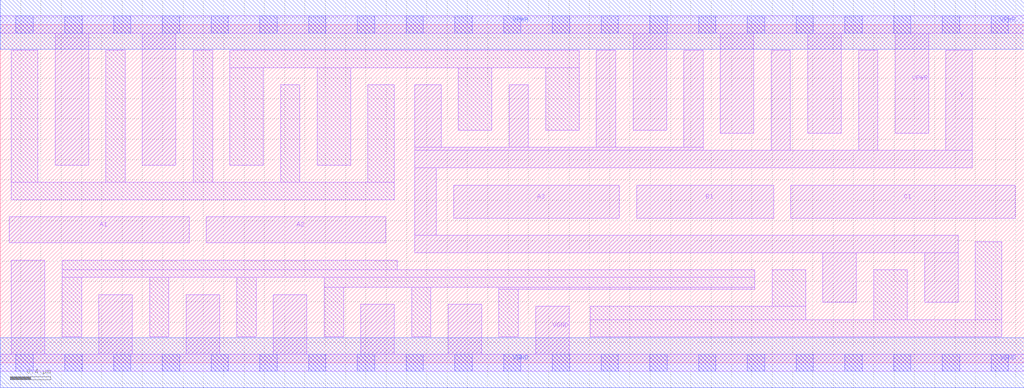
<source format=lef>
# Copyright 2020 The SkyWater PDK Authors
#
# Licensed under the Apache License, Version 2.0 (the "License");
# you may not use this file except in compliance with the License.
# You may obtain a copy of the License at
#
#     https://www.apache.org/licenses/LICENSE-2.0
#
# Unless required by applicable law or agreed to in writing, software
# distributed under the License is distributed on an "AS IS" BASIS,
# WITHOUT WARRANTIES OR CONDITIONS OF ANY KIND, either express or implied.
# See the License for the specific language governing permissions and
# limitations under the License.
#
# SPDX-License-Identifier: Apache-2.0

VERSION 5.7 ;
  NAMESCASESENSITIVE ON ;
  NOWIREEXTENSIONATPIN ON ;
  DIVIDERCHAR "/" ;
  BUSBITCHARS "[]" ;
UNITS
  DATABASE MICRONS 200 ;
END UNITS
MACRO sky130_fd_sc_lp__o311ai_4
  CLASS CORE ;
  SOURCE USER ;
  FOREIGN sky130_fd_sc_lp__o311ai_4 ;
  ORIGIN  0.000000  0.000000 ;
  SIZE  10.08000 BY  3.330000 ;
  SYMMETRY X Y R90 ;
  SITE unit ;
  PIN A1
    ANTENNAGATEAREA  1.260000 ;
    DIRECTION INPUT ;
    USE SIGNAL ;
    PORT
      LAYER li1 ;
        RECT 0.090000 1.180000 1.860000 1.435000 ;
    END
  END A1
  PIN A2
    ANTENNAGATEAREA  1.260000 ;
    DIRECTION INPUT ;
    USE SIGNAL ;
    PORT
      LAYER li1 ;
        RECT 2.030000 1.180000 3.795000 1.435000 ;
    END
  END A2
  PIN A3
    ANTENNAGATEAREA  1.260000 ;
    DIRECTION INPUT ;
    USE SIGNAL ;
    PORT
      LAYER li1 ;
        RECT 4.465000 1.425000 6.095000 1.750000 ;
    END
  END A3
  PIN B1
    ANTENNAGATEAREA  1.260000 ;
    DIRECTION INPUT ;
    USE SIGNAL ;
    PORT
      LAYER li1 ;
        RECT 6.265000 1.425000 7.615000 1.750000 ;
    END
  END B1
  PIN C1
    ANTENNAGATEAREA  1.260000 ;
    DIRECTION INPUT ;
    USE SIGNAL ;
    PORT
      LAYER li1 ;
        RECT 7.785000 1.425000 9.995000 1.750000 ;
    END
  END C1
  PIN Y
    ANTENNADIFFAREA  3.061800 ;
    DIRECTION OUTPUT ;
    USE SIGNAL ;
    PORT
      LAYER li1 ;
        RECT 4.080000 1.085000 9.430000 1.255000 ;
        RECT 4.080000 1.255000 4.295000 1.920000 ;
        RECT 4.080000 1.920000 9.570000 2.090000 ;
        RECT 4.080000 2.090000 6.920000 2.120000 ;
        RECT 4.080000 2.120000 4.340000 2.735000 ;
        RECT 5.010000 2.120000 5.200000 2.735000 ;
        RECT 5.870000 2.120000 6.060000 3.075000 ;
        RECT 6.730000 2.120000 6.920000 3.075000 ;
        RECT 7.590000 2.090000 7.780000 3.075000 ;
        RECT 8.100000 0.595000 8.430000 1.085000 ;
        RECT 8.450000 2.090000 8.640000 3.075000 ;
        RECT 9.100000 0.595000 9.430000 1.085000 ;
        RECT 9.310000 2.090000 9.570000 3.075000 ;
    END
  END Y
  PIN VGND
    DIRECTION INOUT ;
    USE GROUND ;
    PORT
      LAYER li1 ;
        RECT 0.000000 -0.085000 10.080000 0.085000 ;
        RECT 0.110000  0.085000  0.440000 1.010000 ;
        RECT 0.970000  0.085000  1.300000 0.670000 ;
        RECT 1.830000  0.085000  2.160000 0.670000 ;
        RECT 2.690000  0.085000  3.020000 0.670000 ;
        RECT 3.550000  0.085000  3.880000 0.575000 ;
        RECT 4.410000  0.085000  4.740000 0.575000 ;
        RECT 5.270000  0.085000  5.600000 0.555000 ;
      LAYER mcon ;
        RECT 0.155000 -0.085000 0.325000 0.085000 ;
        RECT 0.635000 -0.085000 0.805000 0.085000 ;
        RECT 1.115000 -0.085000 1.285000 0.085000 ;
        RECT 1.595000 -0.085000 1.765000 0.085000 ;
        RECT 2.075000 -0.085000 2.245000 0.085000 ;
        RECT 2.555000 -0.085000 2.725000 0.085000 ;
        RECT 3.035000 -0.085000 3.205000 0.085000 ;
        RECT 3.515000 -0.085000 3.685000 0.085000 ;
        RECT 3.995000 -0.085000 4.165000 0.085000 ;
        RECT 4.475000 -0.085000 4.645000 0.085000 ;
        RECT 4.955000 -0.085000 5.125000 0.085000 ;
        RECT 5.435000 -0.085000 5.605000 0.085000 ;
        RECT 5.915000 -0.085000 6.085000 0.085000 ;
        RECT 6.395000 -0.085000 6.565000 0.085000 ;
        RECT 6.875000 -0.085000 7.045000 0.085000 ;
        RECT 7.355000 -0.085000 7.525000 0.085000 ;
        RECT 7.835000 -0.085000 8.005000 0.085000 ;
        RECT 8.315000 -0.085000 8.485000 0.085000 ;
        RECT 8.795000 -0.085000 8.965000 0.085000 ;
        RECT 9.275000 -0.085000 9.445000 0.085000 ;
        RECT 9.755000 -0.085000 9.925000 0.085000 ;
      LAYER met1 ;
        RECT 0.000000 -0.245000 10.080000 0.245000 ;
    END
  END VGND
  PIN VPWR
    DIRECTION INOUT ;
    USE POWER ;
    PORT
      LAYER li1 ;
        RECT 0.000000 3.245000 10.080000 3.415000 ;
        RECT 0.540000 1.945000  0.870000 3.245000 ;
        RECT 1.400000 1.945000  1.730000 3.245000 ;
        RECT 6.230000 2.290000  6.560000 3.245000 ;
        RECT 7.090000 2.260000  7.420000 3.245000 ;
        RECT 7.950000 2.260000  8.280000 3.245000 ;
        RECT 8.810000 2.260000  9.140000 3.245000 ;
      LAYER mcon ;
        RECT 0.155000 3.245000 0.325000 3.415000 ;
        RECT 0.635000 3.245000 0.805000 3.415000 ;
        RECT 1.115000 3.245000 1.285000 3.415000 ;
        RECT 1.595000 3.245000 1.765000 3.415000 ;
        RECT 2.075000 3.245000 2.245000 3.415000 ;
        RECT 2.555000 3.245000 2.725000 3.415000 ;
        RECT 3.035000 3.245000 3.205000 3.415000 ;
        RECT 3.515000 3.245000 3.685000 3.415000 ;
        RECT 3.995000 3.245000 4.165000 3.415000 ;
        RECT 4.475000 3.245000 4.645000 3.415000 ;
        RECT 4.955000 3.245000 5.125000 3.415000 ;
        RECT 5.435000 3.245000 5.605000 3.415000 ;
        RECT 5.915000 3.245000 6.085000 3.415000 ;
        RECT 6.395000 3.245000 6.565000 3.415000 ;
        RECT 6.875000 3.245000 7.045000 3.415000 ;
        RECT 7.355000 3.245000 7.525000 3.415000 ;
        RECT 7.835000 3.245000 8.005000 3.415000 ;
        RECT 8.315000 3.245000 8.485000 3.415000 ;
        RECT 8.795000 3.245000 8.965000 3.415000 ;
        RECT 9.275000 3.245000 9.445000 3.415000 ;
        RECT 9.755000 3.245000 9.925000 3.415000 ;
      LAYER met1 ;
        RECT 0.000000 3.085000 10.080000 3.575000 ;
    END
  END VPWR
  OBS
    LAYER li1 ;
      RECT 0.110000 1.605000 3.880000 1.775000 ;
      RECT 0.110000 1.775000 0.370000 3.075000 ;
      RECT 0.610000 0.255000 0.800000 0.840000 ;
      RECT 0.610000 0.840000 7.430000 0.915000 ;
      RECT 0.610000 0.915000 3.910000 1.010000 ;
      RECT 1.040000 1.775000 1.230000 3.075000 ;
      RECT 1.470000 0.255000 1.660000 0.840000 ;
      RECT 1.900000 1.775000 2.090000 3.075000 ;
      RECT 2.260000 1.945000 2.590000 2.905000 ;
      RECT 2.260000 2.905000 5.700000 3.075000 ;
      RECT 2.330000 0.255000 2.520000 0.840000 ;
      RECT 2.760000 1.775000 2.950000 2.735000 ;
      RECT 3.120000 1.945000 3.450000 2.905000 ;
      RECT 3.190000 0.255000 3.380000 0.745000 ;
      RECT 3.190000 0.745000 7.430000 0.840000 ;
      RECT 3.620000 1.775000 3.880000 2.735000 ;
      RECT 4.050000 0.255000 4.240000 0.745000 ;
      RECT 4.510000 2.290000 4.840000 2.905000 ;
      RECT 4.910000 0.255000 5.100000 0.725000 ;
      RECT 4.910000 0.725000 7.430000 0.745000 ;
      RECT 5.370000 2.290000 5.700000 2.905000 ;
      RECT 5.810000 0.255000 9.860000 0.425000 ;
      RECT 5.810000 0.425000 7.930000 0.555000 ;
      RECT 7.600000 0.555000 7.930000 0.915000 ;
      RECT 8.600000 0.425000 8.930000 0.915000 ;
      RECT 9.600000 0.425000 9.860000 1.190000 ;
  END
END sky130_fd_sc_lp__o311ai_4

</source>
